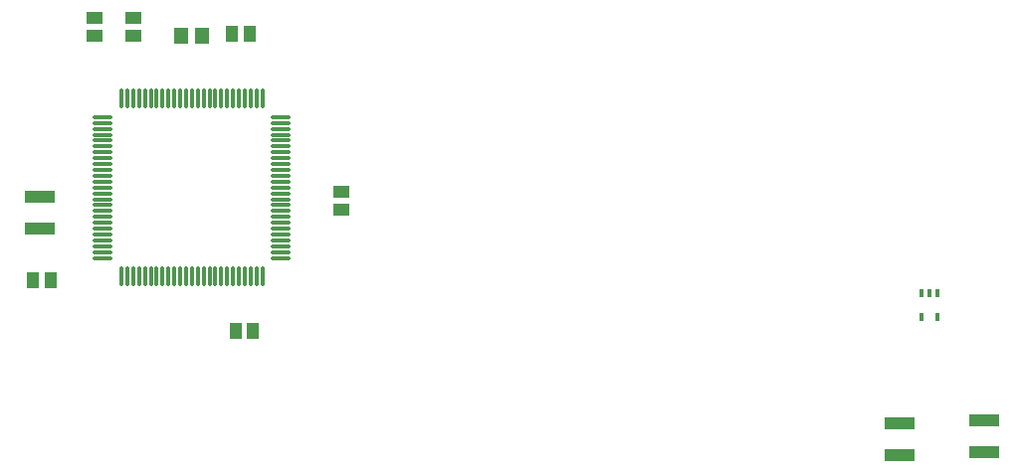
<source format=gtp>
G04 Layer_Color=8421504*
%FSLAX25Y25*%
%MOIN*%
G70*
G01*
G75*
%ADD10R,0.01575X0.02756*%
%ADD11R,0.10236X0.04331*%
%ADD12O,0.01181X0.06890*%
%ADD13O,0.06890X0.01181*%
%ADD14R,0.04331X0.05512*%
%ADD15R,0.05512X0.04331*%
%ADD16R,0.04724X0.05512*%
D10*
X422059Y157965D02*
D03*
X416941D02*
D03*
X416941Y166035D02*
D03*
X419500D02*
D03*
X422059D02*
D03*
D11*
X438000Y112685D02*
D03*
Y123315D02*
D03*
X409500Y111685D02*
D03*
Y122315D02*
D03*
X121500Y198315D02*
D03*
Y187685D02*
D03*
D12*
X196122Y231323D02*
D03*
X194153D02*
D03*
X192185D02*
D03*
X190217D02*
D03*
X188248D02*
D03*
X186279D02*
D03*
X184311D02*
D03*
X182343D02*
D03*
X180374D02*
D03*
X178405D02*
D03*
X176437D02*
D03*
X174469D02*
D03*
X172500D02*
D03*
X170531D02*
D03*
X168563D02*
D03*
X166595D02*
D03*
X164626D02*
D03*
X162657D02*
D03*
X160689D02*
D03*
X158721D02*
D03*
X156752D02*
D03*
X154783D02*
D03*
X152815D02*
D03*
X150847D02*
D03*
X148878D02*
D03*
Y171677D02*
D03*
X150847D02*
D03*
X152815D02*
D03*
X154783D02*
D03*
X156752D02*
D03*
X158721D02*
D03*
X160689D02*
D03*
X162657D02*
D03*
X164626D02*
D03*
X166595D02*
D03*
X168563D02*
D03*
X170531D02*
D03*
X172500D02*
D03*
X174469D02*
D03*
X176437D02*
D03*
X178405D02*
D03*
X180374D02*
D03*
X182343D02*
D03*
X184311D02*
D03*
X186279D02*
D03*
X188248D02*
D03*
X190217D02*
D03*
X192185D02*
D03*
X194153D02*
D03*
X196122D02*
D03*
D13*
X142677Y225122D02*
D03*
Y223153D02*
D03*
Y221185D02*
D03*
Y219216D02*
D03*
Y217248D02*
D03*
Y215280D02*
D03*
Y213311D02*
D03*
Y211343D02*
D03*
Y209374D02*
D03*
Y207405D02*
D03*
Y205437D02*
D03*
Y203468D02*
D03*
Y201500D02*
D03*
Y199531D02*
D03*
Y197563D02*
D03*
Y195595D02*
D03*
Y193626D02*
D03*
Y191657D02*
D03*
Y189689D02*
D03*
Y187721D02*
D03*
Y185752D02*
D03*
Y183783D02*
D03*
Y181815D02*
D03*
Y179847D02*
D03*
Y177878D02*
D03*
X202323D02*
D03*
Y179847D02*
D03*
Y181815D02*
D03*
Y183783D02*
D03*
Y185752D02*
D03*
Y187721D02*
D03*
Y189689D02*
D03*
Y191657D02*
D03*
Y193626D02*
D03*
Y195595D02*
D03*
Y197563D02*
D03*
Y199531D02*
D03*
Y201500D02*
D03*
Y203468D02*
D03*
Y205437D02*
D03*
Y207405D02*
D03*
Y209374D02*
D03*
Y211343D02*
D03*
Y213311D02*
D03*
Y215280D02*
D03*
Y217248D02*
D03*
Y219216D02*
D03*
Y221185D02*
D03*
Y223153D02*
D03*
Y225122D02*
D03*
D14*
X191905Y253000D02*
D03*
X186000D02*
D03*
X119299Y170500D02*
D03*
X125205D02*
D03*
X187094Y153500D02*
D03*
X193000D02*
D03*
D15*
X222500Y194047D02*
D03*
Y199953D02*
D03*
X140000Y252547D02*
D03*
Y258453D02*
D03*
X153000D02*
D03*
Y252547D02*
D03*
D16*
X176043Y252500D02*
D03*
X168957D02*
D03*
M02*

</source>
